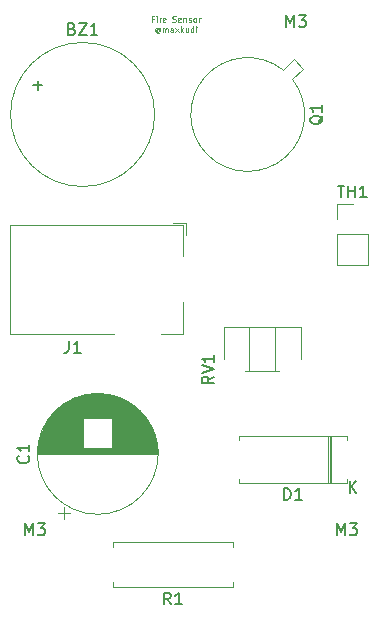
<source format=gbr>
%TF.GenerationSoftware,KiCad,Pcbnew,(5.1.8)-1*%
%TF.CreationDate,2020-12-20T06:36:15+01:00*%
%TF.ProjectId,Fire Sensor,46697265-2053-4656-9e73-6f722e6b6963,rev?*%
%TF.SameCoordinates,Original*%
%TF.FileFunction,Legend,Top*%
%TF.FilePolarity,Positive*%
%FSLAX46Y46*%
G04 Gerber Fmt 4.6, Leading zero omitted, Abs format (unit mm)*
G04 Created by KiCad (PCBNEW (5.1.8)-1) date 2020-12-20 06:36:15*
%MOMM*%
%LPD*%
G01*
G04 APERTURE LIST*
%ADD10C,0.125000*%
%ADD11C,0.120000*%
%ADD12C,0.150000*%
G04 APERTURE END LIST*
D10*
X122844952Y-66836785D02*
X122678285Y-66836785D01*
X122678285Y-67098690D02*
X122678285Y-66598690D01*
X122916380Y-66598690D01*
X123106857Y-67098690D02*
X123106857Y-66765357D01*
X123106857Y-66598690D02*
X123083047Y-66622500D01*
X123106857Y-66646309D01*
X123130666Y-66622500D01*
X123106857Y-66598690D01*
X123106857Y-66646309D01*
X123344952Y-67098690D02*
X123344952Y-66765357D01*
X123344952Y-66860595D02*
X123368761Y-66812976D01*
X123392571Y-66789166D01*
X123440190Y-66765357D01*
X123487809Y-66765357D01*
X123844952Y-67074880D02*
X123797333Y-67098690D01*
X123702095Y-67098690D01*
X123654476Y-67074880D01*
X123630666Y-67027261D01*
X123630666Y-66836785D01*
X123654476Y-66789166D01*
X123702095Y-66765357D01*
X123797333Y-66765357D01*
X123844952Y-66789166D01*
X123868761Y-66836785D01*
X123868761Y-66884404D01*
X123630666Y-66932023D01*
X124440190Y-67074880D02*
X124511619Y-67098690D01*
X124630666Y-67098690D01*
X124678285Y-67074880D01*
X124702095Y-67051071D01*
X124725904Y-67003452D01*
X124725904Y-66955833D01*
X124702095Y-66908214D01*
X124678285Y-66884404D01*
X124630666Y-66860595D01*
X124535428Y-66836785D01*
X124487809Y-66812976D01*
X124464000Y-66789166D01*
X124440190Y-66741547D01*
X124440190Y-66693928D01*
X124464000Y-66646309D01*
X124487809Y-66622500D01*
X124535428Y-66598690D01*
X124654476Y-66598690D01*
X124725904Y-66622500D01*
X125130666Y-67074880D02*
X125083047Y-67098690D01*
X124987809Y-67098690D01*
X124940190Y-67074880D01*
X124916380Y-67027261D01*
X124916380Y-66836785D01*
X124940190Y-66789166D01*
X124987809Y-66765357D01*
X125083047Y-66765357D01*
X125130666Y-66789166D01*
X125154476Y-66836785D01*
X125154476Y-66884404D01*
X124916380Y-66932023D01*
X125368761Y-66765357D02*
X125368761Y-67098690D01*
X125368761Y-66812976D02*
X125392571Y-66789166D01*
X125440190Y-66765357D01*
X125511619Y-66765357D01*
X125559238Y-66789166D01*
X125583047Y-66836785D01*
X125583047Y-67098690D01*
X125797333Y-67074880D02*
X125844952Y-67098690D01*
X125940190Y-67098690D01*
X125987809Y-67074880D01*
X126011619Y-67027261D01*
X126011619Y-67003452D01*
X125987809Y-66955833D01*
X125940190Y-66932023D01*
X125868761Y-66932023D01*
X125821142Y-66908214D01*
X125797333Y-66860595D01*
X125797333Y-66836785D01*
X125821142Y-66789166D01*
X125868761Y-66765357D01*
X125940190Y-66765357D01*
X125987809Y-66789166D01*
X126297333Y-67098690D02*
X126249714Y-67074880D01*
X126225904Y-67051071D01*
X126202095Y-67003452D01*
X126202095Y-66860595D01*
X126225904Y-66812976D01*
X126249714Y-66789166D01*
X126297333Y-66765357D01*
X126368761Y-66765357D01*
X126416380Y-66789166D01*
X126440190Y-66812976D01*
X126464000Y-66860595D01*
X126464000Y-67003452D01*
X126440190Y-67051071D01*
X126416380Y-67074880D01*
X126368761Y-67098690D01*
X126297333Y-67098690D01*
X126678285Y-67098690D02*
X126678285Y-66765357D01*
X126678285Y-66860595D02*
X126702095Y-66812976D01*
X126725904Y-66789166D01*
X126773523Y-66765357D01*
X126821142Y-66765357D01*
X123285428Y-67735595D02*
X123261619Y-67711785D01*
X123214000Y-67687976D01*
X123166380Y-67687976D01*
X123118761Y-67711785D01*
X123094952Y-67735595D01*
X123071142Y-67783214D01*
X123071142Y-67830833D01*
X123094952Y-67878452D01*
X123118761Y-67902261D01*
X123166380Y-67926071D01*
X123214000Y-67926071D01*
X123261619Y-67902261D01*
X123285428Y-67878452D01*
X123285428Y-67687976D02*
X123285428Y-67878452D01*
X123309238Y-67902261D01*
X123333047Y-67902261D01*
X123380666Y-67878452D01*
X123404476Y-67830833D01*
X123404476Y-67711785D01*
X123356857Y-67640357D01*
X123285428Y-67592738D01*
X123190190Y-67568928D01*
X123094952Y-67592738D01*
X123023523Y-67640357D01*
X122975904Y-67711785D01*
X122952095Y-67807023D01*
X122975904Y-67902261D01*
X123023523Y-67973690D01*
X123094952Y-68021309D01*
X123190190Y-68045119D01*
X123285428Y-68021309D01*
X123356857Y-67973690D01*
X123618761Y-67973690D02*
X123618761Y-67640357D01*
X123618761Y-67687976D02*
X123642571Y-67664166D01*
X123690190Y-67640357D01*
X123761619Y-67640357D01*
X123809238Y-67664166D01*
X123833047Y-67711785D01*
X123833047Y-67973690D01*
X123833047Y-67711785D02*
X123856857Y-67664166D01*
X123904476Y-67640357D01*
X123975904Y-67640357D01*
X124023523Y-67664166D01*
X124047333Y-67711785D01*
X124047333Y-67973690D01*
X124499714Y-67973690D02*
X124499714Y-67711785D01*
X124475904Y-67664166D01*
X124428285Y-67640357D01*
X124333047Y-67640357D01*
X124285428Y-67664166D01*
X124499714Y-67949880D02*
X124452095Y-67973690D01*
X124333047Y-67973690D01*
X124285428Y-67949880D01*
X124261619Y-67902261D01*
X124261619Y-67854642D01*
X124285428Y-67807023D01*
X124333047Y-67783214D01*
X124452095Y-67783214D01*
X124499714Y-67759404D01*
X124690190Y-67973690D02*
X124952095Y-67640357D01*
X124690190Y-67640357D02*
X124952095Y-67973690D01*
X125142571Y-67973690D02*
X125142571Y-67473690D01*
X125190190Y-67783214D02*
X125333047Y-67973690D01*
X125333047Y-67640357D02*
X125142571Y-67830833D01*
X125761619Y-67640357D02*
X125761619Y-67973690D01*
X125547333Y-67640357D02*
X125547333Y-67902261D01*
X125571142Y-67949880D01*
X125618761Y-67973690D01*
X125690190Y-67973690D01*
X125737809Y-67949880D01*
X125761619Y-67926071D01*
X126214000Y-67973690D02*
X126214000Y-67473690D01*
X126214000Y-67949880D02*
X126166380Y-67973690D01*
X126071142Y-67973690D01*
X126023523Y-67949880D01*
X125999714Y-67926071D01*
X125975904Y-67878452D01*
X125975904Y-67735595D01*
X125999714Y-67687976D01*
X126023523Y-67664166D01*
X126071142Y-67640357D01*
X126166380Y-67640357D01*
X126214000Y-67664166D01*
X126452095Y-67973690D02*
X126452095Y-67640357D01*
X126452095Y-67473690D02*
X126428285Y-67497500D01*
X126452095Y-67521309D01*
X126475904Y-67497500D01*
X126452095Y-67473690D01*
X126452095Y-67521309D01*
D11*
%TO.C,BZ1*%
X122930000Y-74930000D02*
G75*
G03*
X122930000Y-74930000I-6100000J0D01*
G01*
%TO.C,C1*%
X114735000Y-108639646D02*
X115735000Y-108639646D01*
X115235000Y-109139646D02*
X115235000Y-108139646D01*
X117511000Y-98579000D02*
X118709000Y-98579000D01*
X117248000Y-98619000D02*
X118972000Y-98619000D01*
X117048000Y-98659000D02*
X119172000Y-98659000D01*
X116880000Y-98699000D02*
X119340000Y-98699000D01*
X116732000Y-98739000D02*
X119488000Y-98739000D01*
X116600000Y-98779000D02*
X119620000Y-98779000D01*
X116480000Y-98819000D02*
X119740000Y-98819000D01*
X116368000Y-98859000D02*
X119852000Y-98859000D01*
X116264000Y-98899000D02*
X119956000Y-98899000D01*
X116166000Y-98939000D02*
X120054000Y-98939000D01*
X116073000Y-98979000D02*
X120147000Y-98979000D01*
X115985000Y-99019000D02*
X120235000Y-99019000D01*
X115901000Y-99059000D02*
X120319000Y-99059000D01*
X115821000Y-99099000D02*
X120399000Y-99099000D01*
X115745000Y-99139000D02*
X120475000Y-99139000D01*
X115671000Y-99179000D02*
X120549000Y-99179000D01*
X115600000Y-99219000D02*
X120620000Y-99219000D01*
X115531000Y-99259000D02*
X120689000Y-99259000D01*
X115465000Y-99299000D02*
X120755000Y-99299000D01*
X115401000Y-99339000D02*
X120819000Y-99339000D01*
X115340000Y-99379000D02*
X120880000Y-99379000D01*
X115280000Y-99419000D02*
X120940000Y-99419000D01*
X115221000Y-99459000D02*
X120999000Y-99459000D01*
X115165000Y-99499000D02*
X121055000Y-99499000D01*
X115110000Y-99539000D02*
X121110000Y-99539000D01*
X115056000Y-99579000D02*
X121164000Y-99579000D01*
X115004000Y-99619000D02*
X121216000Y-99619000D01*
X114954000Y-99659000D02*
X121266000Y-99659000D01*
X114904000Y-99699000D02*
X121316000Y-99699000D01*
X114856000Y-99739000D02*
X121364000Y-99739000D01*
X114809000Y-99779000D02*
X121411000Y-99779000D01*
X114763000Y-99819000D02*
X121457000Y-99819000D01*
X114718000Y-99859000D02*
X121502000Y-99859000D01*
X114674000Y-99899000D02*
X121546000Y-99899000D01*
X114632000Y-99939000D02*
X121588000Y-99939000D01*
X114590000Y-99979000D02*
X121630000Y-99979000D01*
X114549000Y-100019000D02*
X121671000Y-100019000D01*
X114509000Y-100059000D02*
X121711000Y-100059000D01*
X114470000Y-100099000D02*
X121750000Y-100099000D01*
X114431000Y-100139000D02*
X121789000Y-100139000D01*
X114394000Y-100179000D02*
X121826000Y-100179000D01*
X114357000Y-100219000D02*
X121863000Y-100219000D01*
X114321000Y-100259000D02*
X121899000Y-100259000D01*
X114286000Y-100299000D02*
X121934000Y-100299000D01*
X114252000Y-100339000D02*
X121968000Y-100339000D01*
X114218000Y-100379000D02*
X122002000Y-100379000D01*
X114185000Y-100419000D02*
X122035000Y-100419000D01*
X114153000Y-100459000D02*
X122067000Y-100459000D01*
X114121000Y-100499000D02*
X122099000Y-100499000D01*
X114090000Y-100539000D02*
X122130000Y-100539000D01*
X114060000Y-100579000D02*
X122160000Y-100579000D01*
X114030000Y-100619000D02*
X122190000Y-100619000D01*
X114000000Y-100659000D02*
X122220000Y-100659000D01*
X119351000Y-100699000D02*
X122248000Y-100699000D01*
X113972000Y-100699000D02*
X116869000Y-100699000D01*
X119351000Y-100739000D02*
X122276000Y-100739000D01*
X113944000Y-100739000D02*
X116869000Y-100739000D01*
X119351000Y-100779000D02*
X122304000Y-100779000D01*
X113916000Y-100779000D02*
X116869000Y-100779000D01*
X119351000Y-100819000D02*
X122331000Y-100819000D01*
X113889000Y-100819000D02*
X116869000Y-100819000D01*
X119351000Y-100859000D02*
X122357000Y-100859000D01*
X113863000Y-100859000D02*
X116869000Y-100859000D01*
X119351000Y-100899000D02*
X122383000Y-100899000D01*
X113837000Y-100899000D02*
X116869000Y-100899000D01*
X119351000Y-100939000D02*
X122408000Y-100939000D01*
X113812000Y-100939000D02*
X116869000Y-100939000D01*
X119351000Y-100979000D02*
X122433000Y-100979000D01*
X113787000Y-100979000D02*
X116869000Y-100979000D01*
X119351000Y-101019000D02*
X122457000Y-101019000D01*
X113763000Y-101019000D02*
X116869000Y-101019000D01*
X119351000Y-101059000D02*
X122481000Y-101059000D01*
X113739000Y-101059000D02*
X116869000Y-101059000D01*
X119351000Y-101099000D02*
X122505000Y-101099000D01*
X113715000Y-101099000D02*
X116869000Y-101099000D01*
X119351000Y-101139000D02*
X122527000Y-101139000D01*
X113693000Y-101139000D02*
X116869000Y-101139000D01*
X119351000Y-101179000D02*
X122550000Y-101179000D01*
X113670000Y-101179000D02*
X116869000Y-101179000D01*
X119351000Y-101219000D02*
X122572000Y-101219000D01*
X113648000Y-101219000D02*
X116869000Y-101219000D01*
X119351000Y-101259000D02*
X122593000Y-101259000D01*
X113627000Y-101259000D02*
X116869000Y-101259000D01*
X119351000Y-101299000D02*
X122614000Y-101299000D01*
X113606000Y-101299000D02*
X116869000Y-101299000D01*
X119351000Y-101339000D02*
X122635000Y-101339000D01*
X113585000Y-101339000D02*
X116869000Y-101339000D01*
X119351000Y-101379000D02*
X122655000Y-101379000D01*
X113565000Y-101379000D02*
X116869000Y-101379000D01*
X119351000Y-101419000D02*
X122674000Y-101419000D01*
X113546000Y-101419000D02*
X116869000Y-101419000D01*
X119351000Y-101459000D02*
X122694000Y-101459000D01*
X113526000Y-101459000D02*
X116869000Y-101459000D01*
X119351000Y-101499000D02*
X122713000Y-101499000D01*
X113507000Y-101499000D02*
X116869000Y-101499000D01*
X119351000Y-101539000D02*
X122731000Y-101539000D01*
X113489000Y-101539000D02*
X116869000Y-101539000D01*
X119351000Y-101579000D02*
X122749000Y-101579000D01*
X113471000Y-101579000D02*
X116869000Y-101579000D01*
X119351000Y-101619000D02*
X122767000Y-101619000D01*
X113453000Y-101619000D02*
X116869000Y-101619000D01*
X119351000Y-101659000D02*
X122784000Y-101659000D01*
X113436000Y-101659000D02*
X116869000Y-101659000D01*
X119351000Y-101699000D02*
X122800000Y-101699000D01*
X113420000Y-101699000D02*
X116869000Y-101699000D01*
X119351000Y-101739000D02*
X122817000Y-101739000D01*
X113403000Y-101739000D02*
X116869000Y-101739000D01*
X119351000Y-101779000D02*
X122833000Y-101779000D01*
X113387000Y-101779000D02*
X116869000Y-101779000D01*
X119351000Y-101819000D02*
X122848000Y-101819000D01*
X113372000Y-101819000D02*
X116869000Y-101819000D01*
X119351000Y-101859000D02*
X122864000Y-101859000D01*
X113356000Y-101859000D02*
X116869000Y-101859000D01*
X119351000Y-101899000D02*
X122878000Y-101899000D01*
X113342000Y-101899000D02*
X116869000Y-101899000D01*
X119351000Y-101939000D02*
X122893000Y-101939000D01*
X113327000Y-101939000D02*
X116869000Y-101939000D01*
X119351000Y-101979000D02*
X122907000Y-101979000D01*
X113313000Y-101979000D02*
X116869000Y-101979000D01*
X119351000Y-102019000D02*
X122921000Y-102019000D01*
X113299000Y-102019000D02*
X116869000Y-102019000D01*
X119351000Y-102059000D02*
X122934000Y-102059000D01*
X113286000Y-102059000D02*
X116869000Y-102059000D01*
X119351000Y-102099000D02*
X122947000Y-102099000D01*
X113273000Y-102099000D02*
X116869000Y-102099000D01*
X119351000Y-102139000D02*
X122960000Y-102139000D01*
X113260000Y-102139000D02*
X116869000Y-102139000D01*
X119351000Y-102179000D02*
X122972000Y-102179000D01*
X113248000Y-102179000D02*
X116869000Y-102179000D01*
X119351000Y-102219000D02*
X122984000Y-102219000D01*
X113236000Y-102219000D02*
X116869000Y-102219000D01*
X119351000Y-102259000D02*
X122995000Y-102259000D01*
X113225000Y-102259000D02*
X116869000Y-102259000D01*
X119351000Y-102299000D02*
X123007000Y-102299000D01*
X113213000Y-102299000D02*
X116869000Y-102299000D01*
X119351000Y-102339000D02*
X123017000Y-102339000D01*
X113203000Y-102339000D02*
X116869000Y-102339000D01*
X119351000Y-102379000D02*
X123028000Y-102379000D01*
X113192000Y-102379000D02*
X116869000Y-102379000D01*
X119351000Y-102419000D02*
X123038000Y-102419000D01*
X113182000Y-102419000D02*
X116869000Y-102419000D01*
X119351000Y-102459000D02*
X123048000Y-102459000D01*
X113172000Y-102459000D02*
X116869000Y-102459000D01*
X119351000Y-102499000D02*
X123057000Y-102499000D01*
X113163000Y-102499000D02*
X116869000Y-102499000D01*
X119351000Y-102539000D02*
X123066000Y-102539000D01*
X113154000Y-102539000D02*
X116869000Y-102539000D01*
X119351000Y-102579000D02*
X123075000Y-102579000D01*
X113145000Y-102579000D02*
X116869000Y-102579000D01*
X119351000Y-102619000D02*
X123084000Y-102619000D01*
X113136000Y-102619000D02*
X116869000Y-102619000D01*
X119351000Y-102659000D02*
X123092000Y-102659000D01*
X113128000Y-102659000D02*
X116869000Y-102659000D01*
X119351000Y-102699000D02*
X123100000Y-102699000D01*
X113120000Y-102699000D02*
X116869000Y-102699000D01*
X119351000Y-102739000D02*
X123107000Y-102739000D01*
X113113000Y-102739000D02*
X116869000Y-102739000D01*
X119351000Y-102779000D02*
X123114000Y-102779000D01*
X113106000Y-102779000D02*
X116869000Y-102779000D01*
X119351000Y-102819000D02*
X123121000Y-102819000D01*
X113099000Y-102819000D02*
X116869000Y-102819000D01*
X119351000Y-102859000D02*
X123128000Y-102859000D01*
X113092000Y-102859000D02*
X116869000Y-102859000D01*
X119351000Y-102899000D02*
X123134000Y-102899000D01*
X113086000Y-102899000D02*
X116869000Y-102899000D01*
X119351000Y-102939000D02*
X123140000Y-102939000D01*
X113080000Y-102939000D02*
X116869000Y-102939000D01*
X119351000Y-102980000D02*
X123145000Y-102980000D01*
X113075000Y-102980000D02*
X116869000Y-102980000D01*
X119351000Y-103020000D02*
X123150000Y-103020000D01*
X113070000Y-103020000D02*
X116869000Y-103020000D01*
X119351000Y-103060000D02*
X123155000Y-103060000D01*
X113065000Y-103060000D02*
X116869000Y-103060000D01*
X119351000Y-103100000D02*
X123160000Y-103100000D01*
X113060000Y-103100000D02*
X116869000Y-103100000D01*
X119351000Y-103140000D02*
X123164000Y-103140000D01*
X113056000Y-103140000D02*
X116869000Y-103140000D01*
X113052000Y-103180000D02*
X123168000Y-103180000D01*
X113048000Y-103220000D02*
X123172000Y-103220000D01*
X113045000Y-103260000D02*
X123175000Y-103260000D01*
X113042000Y-103300000D02*
X123178000Y-103300000D01*
X113040000Y-103340000D02*
X123180000Y-103340000D01*
X113037000Y-103380000D02*
X123183000Y-103380000D01*
X113035000Y-103420000D02*
X123185000Y-103420000D01*
X113033000Y-103460000D02*
X123187000Y-103460000D01*
X113032000Y-103500000D02*
X123188000Y-103500000D01*
X113031000Y-103540000D02*
X123189000Y-103540000D01*
X113030000Y-103580000D02*
X123190000Y-103580000D01*
X113030000Y-103620000D02*
X123190000Y-103620000D01*
X113030000Y-103660000D02*
X123190000Y-103660000D01*
X123230000Y-103660000D02*
G75*
G03*
X123230000Y-103660000I-5120000J0D01*
G01*
%TO.C,D1*%
X137855000Y-106110000D02*
X137855000Y-102170000D01*
X137615000Y-106110000D02*
X137615000Y-102170000D01*
X137735000Y-106110000D02*
X137735000Y-102170000D01*
X130050000Y-102170000D02*
X130050000Y-102500000D01*
X139190000Y-102170000D02*
X130050000Y-102170000D01*
X139190000Y-102500000D02*
X139190000Y-102170000D01*
X130050000Y-106110000D02*
X130050000Y-105780000D01*
X139190000Y-106110000D02*
X130050000Y-106110000D01*
X139190000Y-105780000D02*
X139190000Y-106110000D01*
%TO.C,J1*%
X125360000Y-84300000D02*
X125360000Y-86900000D01*
X110660000Y-84300000D02*
X125360000Y-84300000D01*
X125360000Y-93500000D02*
X123460000Y-93500000D01*
X125360000Y-90800000D02*
X125360000Y-93500000D01*
X110660000Y-93500000D02*
X110660000Y-84300000D01*
X119460000Y-93500000D02*
X110660000Y-93500000D01*
X124510000Y-84100000D02*
X125560000Y-84100000D01*
X125560000Y-85150000D02*
X125560000Y-84100000D01*
%TO.C,Q1*%
X134698039Y-70264144D02*
X133807084Y-71155098D01*
X135475856Y-71041961D02*
X134698039Y-70264144D01*
X134584902Y-71932916D02*
X135475856Y-71041961D01*
X133807371Y-71155326D02*
G75*
G03*
X134584902Y-71932916I-2997371J-3774674D01*
G01*
%TO.C,R1*%
X119390000Y-111110000D02*
X119390000Y-111590000D01*
X129530000Y-111110000D02*
X119390000Y-111110000D01*
X129530000Y-111590000D02*
X129530000Y-111110000D01*
X119390000Y-114950000D02*
X119390000Y-114470000D01*
X129530000Y-114950000D02*
X119390000Y-114950000D01*
X129530000Y-114470000D02*
X129530000Y-114950000D01*
%TO.C,RV1*%
X130920000Y-92900000D02*
X133160000Y-92900000D01*
X130920000Y-96641000D02*
X133160000Y-96641000D01*
X133160000Y-96641000D02*
X133160000Y-92900000D01*
X130920000Y-96641000D02*
X130920000Y-92900000D01*
X130606000Y-96641000D02*
X133475000Y-96641000D01*
X128770000Y-92900000D02*
X135310000Y-92900000D01*
X135310000Y-95595000D02*
X135310000Y-92900000D01*
X128770000Y-95595000D02*
X128770000Y-92900000D01*
%TO.C,TH1*%
X138370000Y-82490000D02*
X139700000Y-82490000D01*
X138370000Y-83820000D02*
X138370000Y-82490000D01*
X138370000Y-85090000D02*
X141030000Y-85090000D01*
X141030000Y-85090000D02*
X141030000Y-87690000D01*
X138370000Y-85090000D02*
X138370000Y-87690000D01*
X138370000Y-87690000D02*
X141030000Y-87690000D01*
%TO.C,M3*%
D12*
X138382476Y-110552380D02*
X138382476Y-109552380D01*
X138715809Y-110266666D01*
X139049142Y-109552380D01*
X139049142Y-110552380D01*
X139430095Y-109552380D02*
X140049142Y-109552380D01*
X139715809Y-109933333D01*
X139858666Y-109933333D01*
X139953904Y-109980952D01*
X140001523Y-110028571D01*
X140049142Y-110123809D01*
X140049142Y-110361904D01*
X140001523Y-110457142D01*
X139953904Y-110504761D01*
X139858666Y-110552380D01*
X139572952Y-110552380D01*
X139477714Y-110504761D01*
X139430095Y-110457142D01*
X111966476Y-110552380D02*
X111966476Y-109552380D01*
X112299809Y-110266666D01*
X112633142Y-109552380D01*
X112633142Y-110552380D01*
X113014095Y-109552380D02*
X113633142Y-109552380D01*
X113299809Y-109933333D01*
X113442666Y-109933333D01*
X113537904Y-109980952D01*
X113585523Y-110028571D01*
X113633142Y-110123809D01*
X113633142Y-110361904D01*
X113585523Y-110457142D01*
X113537904Y-110504761D01*
X113442666Y-110552380D01*
X113156952Y-110552380D01*
X113061714Y-110504761D01*
X113014095Y-110457142D01*
X134064476Y-67508380D02*
X134064476Y-66508380D01*
X134397809Y-67222666D01*
X134731142Y-66508380D01*
X134731142Y-67508380D01*
X135112095Y-66508380D02*
X135731142Y-66508380D01*
X135397809Y-66889333D01*
X135540666Y-66889333D01*
X135635904Y-66936952D01*
X135683523Y-66984571D01*
X135731142Y-67079809D01*
X135731142Y-67317904D01*
X135683523Y-67413142D01*
X135635904Y-67460761D01*
X135540666Y-67508380D01*
X135254952Y-67508380D01*
X135159714Y-67460761D01*
X135112095Y-67413142D01*
%TO.C,BZ1*%
X115949047Y-67658571D02*
X116091904Y-67706190D01*
X116139523Y-67753809D01*
X116187142Y-67849047D01*
X116187142Y-67991904D01*
X116139523Y-68087142D01*
X116091904Y-68134761D01*
X115996666Y-68182380D01*
X115615714Y-68182380D01*
X115615714Y-67182380D01*
X115949047Y-67182380D01*
X116044285Y-67230000D01*
X116091904Y-67277619D01*
X116139523Y-67372857D01*
X116139523Y-67468095D01*
X116091904Y-67563333D01*
X116044285Y-67610952D01*
X115949047Y-67658571D01*
X115615714Y-67658571D01*
X116520476Y-67182380D02*
X117187142Y-67182380D01*
X116520476Y-68182380D01*
X117187142Y-68182380D01*
X118091904Y-68182380D02*
X117520476Y-68182380D01*
X117806190Y-68182380D02*
X117806190Y-67182380D01*
X117710952Y-67325238D01*
X117615714Y-67420476D01*
X117520476Y-67468095D01*
X112639047Y-72461428D02*
X113400952Y-72461428D01*
X113020000Y-72842380D02*
X113020000Y-72080476D01*
%TO.C,C1*%
X112217142Y-103826666D02*
X112264761Y-103874285D01*
X112312380Y-104017142D01*
X112312380Y-104112380D01*
X112264761Y-104255238D01*
X112169523Y-104350476D01*
X112074285Y-104398095D01*
X111883809Y-104445714D01*
X111740952Y-104445714D01*
X111550476Y-104398095D01*
X111455238Y-104350476D01*
X111360000Y-104255238D01*
X111312380Y-104112380D01*
X111312380Y-104017142D01*
X111360000Y-103874285D01*
X111407619Y-103826666D01*
X112312380Y-102874285D02*
X112312380Y-103445714D01*
X112312380Y-103160000D02*
X111312380Y-103160000D01*
X111455238Y-103255238D01*
X111550476Y-103350476D01*
X111598095Y-103445714D01*
%TO.C,D1*%
X133881904Y-107562380D02*
X133881904Y-106562380D01*
X134120000Y-106562380D01*
X134262857Y-106610000D01*
X134358095Y-106705238D01*
X134405714Y-106800476D01*
X134453333Y-106990952D01*
X134453333Y-107133809D01*
X134405714Y-107324285D01*
X134358095Y-107419523D01*
X134262857Y-107514761D01*
X134120000Y-107562380D01*
X133881904Y-107562380D01*
X135405714Y-107562380D02*
X134834285Y-107562380D01*
X135120000Y-107562380D02*
X135120000Y-106562380D01*
X135024761Y-106705238D01*
X134929523Y-106800476D01*
X134834285Y-106848095D01*
X139438095Y-106992380D02*
X139438095Y-105992380D01*
X140009523Y-106992380D02*
X139580952Y-106420952D01*
X140009523Y-105992380D02*
X139438095Y-106563809D01*
%TO.C,J1*%
X115676666Y-94102380D02*
X115676666Y-94816666D01*
X115629047Y-94959523D01*
X115533809Y-95054761D01*
X115390952Y-95102380D01*
X115295714Y-95102380D01*
X116676666Y-95102380D02*
X116105238Y-95102380D01*
X116390952Y-95102380D02*
X116390952Y-94102380D01*
X116295714Y-94245238D01*
X116200476Y-94340476D01*
X116105238Y-94388095D01*
%TO.C,Q1*%
X137177619Y-75025238D02*
X137130000Y-75120476D01*
X137034761Y-75215714D01*
X136891904Y-75358571D01*
X136844285Y-75453809D01*
X136844285Y-75549047D01*
X137082380Y-75501428D02*
X137034761Y-75596666D01*
X136939523Y-75691904D01*
X136749047Y-75739523D01*
X136415714Y-75739523D01*
X136225238Y-75691904D01*
X136130000Y-75596666D01*
X136082380Y-75501428D01*
X136082380Y-75310952D01*
X136130000Y-75215714D01*
X136225238Y-75120476D01*
X136415714Y-75072857D01*
X136749047Y-75072857D01*
X136939523Y-75120476D01*
X137034761Y-75215714D01*
X137082380Y-75310952D01*
X137082380Y-75501428D01*
X137082380Y-74120476D02*
X137082380Y-74691904D01*
X137082380Y-74406190D02*
X136082380Y-74406190D01*
X136225238Y-74501428D01*
X136320476Y-74596666D01*
X136368095Y-74691904D01*
%TO.C,R1*%
X124293333Y-116402380D02*
X123960000Y-115926190D01*
X123721904Y-116402380D02*
X123721904Y-115402380D01*
X124102857Y-115402380D01*
X124198095Y-115450000D01*
X124245714Y-115497619D01*
X124293333Y-115592857D01*
X124293333Y-115735714D01*
X124245714Y-115830952D01*
X124198095Y-115878571D01*
X124102857Y-115926190D01*
X123721904Y-115926190D01*
X125245714Y-116402380D02*
X124674285Y-116402380D01*
X124960000Y-116402380D02*
X124960000Y-115402380D01*
X124864761Y-115545238D01*
X124769523Y-115640476D01*
X124674285Y-115688095D01*
%TO.C,RV1*%
X127932380Y-97115238D02*
X127456190Y-97448571D01*
X127932380Y-97686666D02*
X126932380Y-97686666D01*
X126932380Y-97305714D01*
X126980000Y-97210476D01*
X127027619Y-97162857D01*
X127122857Y-97115238D01*
X127265714Y-97115238D01*
X127360952Y-97162857D01*
X127408571Y-97210476D01*
X127456190Y-97305714D01*
X127456190Y-97686666D01*
X126932380Y-96829523D02*
X127932380Y-96496190D01*
X126932380Y-96162857D01*
X127932380Y-95305714D02*
X127932380Y-95877142D01*
X127932380Y-95591428D02*
X126932380Y-95591428D01*
X127075238Y-95686666D01*
X127170476Y-95781904D01*
X127218095Y-95877142D01*
%TO.C,TH1*%
X138414285Y-80942380D02*
X138985714Y-80942380D01*
X138700000Y-81942380D02*
X138700000Y-80942380D01*
X139319047Y-81942380D02*
X139319047Y-80942380D01*
X139319047Y-81418571D02*
X139890476Y-81418571D01*
X139890476Y-81942380D02*
X139890476Y-80942380D01*
X140890476Y-81942380D02*
X140319047Y-81942380D01*
X140604761Y-81942380D02*
X140604761Y-80942380D01*
X140509523Y-81085238D01*
X140414285Y-81180476D01*
X140319047Y-81228095D01*
%TD*%
M02*

</source>
